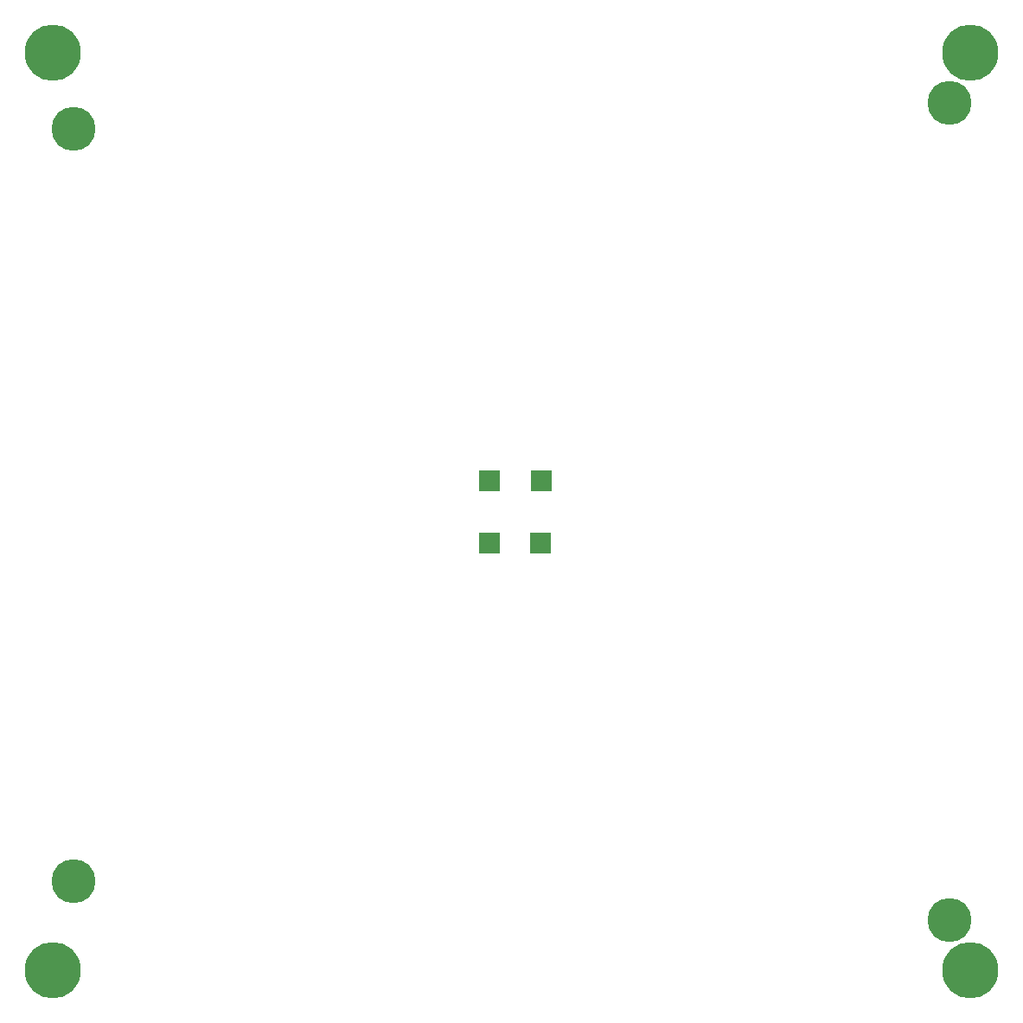
<source format=gts>
G04 #@! TF.GenerationSoftware,KiCad,Pcbnew,7.0.1-0*
G04 #@! TF.CreationDate,2023-03-19T01:34:27-04:00*
G04 #@! TF.ProjectId,bottom-adapter,626f7474-6f6d-42d6-9164-61707465722e,3*
G04 #@! TF.SameCoordinates,Original*
G04 #@! TF.FileFunction,Soldermask,Top*
G04 #@! TF.FilePolarity,Negative*
%FSLAX46Y46*%
G04 Gerber Fmt 4.6, Leading zero omitted, Abs format (unit mm)*
G04 Created by KiCad (PCBNEW 7.0.1-0) date 2023-03-19 01:34:27*
%MOMM*%
%LPD*%
G01*
G04 APERTURE LIST*
%ADD10C,5.500000*%
%ADD11R,2.000000X2.000000*%
%ADD12C,4.300000*%
G04 APERTURE END LIST*
D10*
X163450000Y-143450000D03*
D11*
X121400000Y-95500000D03*
D12*
X161364000Y-58495000D03*
D11*
X116300000Y-101600000D03*
D10*
X73550000Y-53550000D03*
D12*
X161364000Y-138505000D03*
X75639000Y-134695000D03*
X75639000Y-61035000D03*
D10*
X73550000Y-143450000D03*
D11*
X121300000Y-101600000D03*
D10*
X163450000Y-53550000D03*
D11*
X116300000Y-95500000D03*
M02*

</source>
